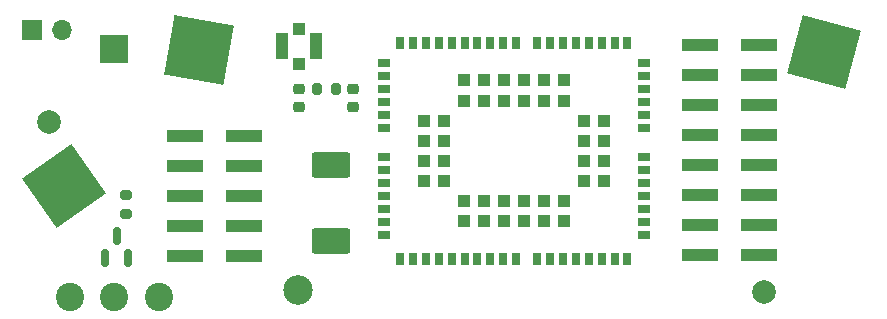
<source format=gbr>
%TF.GenerationSoftware,KiCad,Pcbnew,8.0.4*%
%TF.CreationDate,2024-09-18T09:12:32+01:00*%
%TF.ProjectId,BG95V4,42473935-5634-42e6-9b69-6361645f7063,rev?*%
%TF.SameCoordinates,Original*%
%TF.FileFunction,Soldermask,Bot*%
%TF.FilePolarity,Negative*%
%FSLAX46Y46*%
G04 Gerber Fmt 4.6, Leading zero omitted, Abs format (unit mm)*
G04 Created by KiCad (PCBNEW 8.0.4) date 2024-09-18 09:12:32*
%MOMM*%
%LPD*%
G01*
G04 APERTURE LIST*
G04 Aperture macros list*
%AMRoundRect*
0 Rectangle with rounded corners*
0 $1 Rounding radius*
0 $2 $3 $4 $5 $6 $7 $8 $9 X,Y pos of 4 corners*
0 Add a 4 corners polygon primitive as box body*
4,1,4,$2,$3,$4,$5,$6,$7,$8,$9,$2,$3,0*
0 Add four circle primitives for the rounded corners*
1,1,$1+$1,$2,$3*
1,1,$1+$1,$4,$5*
1,1,$1+$1,$6,$7*
1,1,$1+$1,$8,$9*
0 Add four rect primitives between the rounded corners*
20,1,$1+$1,$2,$3,$4,$5,0*
20,1,$1+$1,$4,$5,$6,$7,0*
20,1,$1+$1,$6,$7,$8,$9,0*
20,1,$1+$1,$8,$9,$2,$3,0*%
%AMRotRect*
0 Rectangle, with rotation*
0 The origin of the aperture is its center*
0 $1 length*
0 $2 width*
0 $3 Rotation angle, in degrees counterclockwise*
0 Add horizontal line*
21,1,$1,$2,0,0,$3*%
G04 Aperture macros list end*
%ADD10R,2.400000X2.400000*%
%ADD11C,2.400000*%
%ADD12C,2.500000*%
%ADD13R,1.700000X1.700000*%
%ADD14O,1.700000X1.700000*%
%ADD15R,0.700000X1.100000*%
%ADD16R,1.100000X0.700000*%
%ADD17R,1.000000X1.000000*%
%ADD18RoundRect,0.250001X-1.399999X0.837499X-1.399999X-0.837499X1.399999X-0.837499X1.399999X0.837499X0*%
%ADD19R,1.050000X2.200000*%
%ADD20R,3.150000X1.000000*%
%ADD21RotRect,5.100000X5.100000X170.000000*%
%ADD22C,2.000000*%
%ADD23RoundRect,0.200000X-0.200000X-0.275000X0.200000X-0.275000X0.200000X0.275000X-0.200000X0.275000X0*%
%ADD24RoundRect,0.150000X0.150000X-0.587500X0.150000X0.587500X-0.150000X0.587500X-0.150000X-0.587500X0*%
%ADD25RoundRect,0.225000X-0.250000X0.225000X-0.250000X-0.225000X0.250000X-0.225000X0.250000X0.225000X0*%
%ADD26RotRect,5.100000X5.100000X165.000000*%
%ADD27RotRect,5.100000X5.100000X125.000000*%
%ADD28RoundRect,0.200000X-0.275000X0.200000X-0.275000X-0.200000X0.275000X-0.200000X0.275000X0.200000X0*%
G04 APERTURE END LIST*
D10*
%TO.C,BT1*%
X11750000Y19500000D03*
D11*
X11750000Y-1500000D03*
X15500000Y-1500000D03*
X8000000Y-1500000D03*
%TD*%
D12*
%TO.C,H1*%
X27330400Y-863600D03*
%TD*%
D13*
%TO.C,J1*%
X4800000Y21100000D03*
D14*
X7340000Y21100000D03*
%TD*%
D15*
%TO.C,U1*%
X35900000Y20050000D03*
X37000000Y20050000D03*
X38100000Y20050000D03*
X39200000Y20050000D03*
X40300000Y20050000D03*
X41400000Y20050000D03*
X42500000Y20050000D03*
X43600000Y20050000D03*
X44700000Y20050000D03*
X45800000Y20050000D03*
X47500000Y20050000D03*
X48600000Y20050000D03*
X49700000Y20050000D03*
X50800000Y20050000D03*
X51900000Y20050000D03*
X53000000Y20050000D03*
X54100000Y20050000D03*
X55200000Y20050000D03*
D16*
X56600000Y18350000D03*
X56600000Y17250000D03*
X56600000Y16150000D03*
X56600000Y15050000D03*
X56600000Y13950000D03*
X56600000Y12850000D03*
X56600000Y10350000D03*
X56600000Y9250000D03*
X56600000Y8150000D03*
X56600000Y7050000D03*
X56600000Y5950000D03*
X56600000Y4850000D03*
X56600000Y3750000D03*
D15*
X55200000Y1750000D03*
X54100000Y1750000D03*
X53000000Y1750000D03*
X51900000Y1750000D03*
X50800000Y1750000D03*
X49700000Y1750000D03*
X48600000Y1750000D03*
X47500000Y1750000D03*
X45800000Y1750000D03*
X44700000Y1750000D03*
X43600000Y1750000D03*
X42500000Y1750000D03*
X41400000Y1750000D03*
X40300000Y1750000D03*
X39200000Y1750000D03*
X38100000Y1750000D03*
X37000000Y1750000D03*
X35900000Y1750000D03*
D16*
X34600000Y3750000D03*
X34600000Y4850000D03*
X34600000Y5950000D03*
X34600000Y7050000D03*
X34600000Y8150000D03*
X34600000Y9250000D03*
X34600000Y10350000D03*
X34600000Y12850000D03*
X34600000Y13950000D03*
X34600000Y15050000D03*
X34600000Y16150000D03*
X34600000Y17250000D03*
X34600000Y18350000D03*
D17*
X41350000Y16850000D03*
X43050000Y16850000D03*
X44750000Y16850000D03*
X46450000Y16850000D03*
X48150000Y16850000D03*
X49850000Y16850000D03*
X53250000Y13450000D03*
X53250000Y11750000D03*
X53250000Y10050000D03*
X53250000Y8350000D03*
X49850000Y4950000D03*
X48150000Y4950000D03*
X46450000Y4950000D03*
X44750000Y4950000D03*
X43050000Y4950000D03*
X41350000Y4950000D03*
X37950000Y8350000D03*
X37950000Y10050000D03*
X37950000Y11750000D03*
X37950000Y13450000D03*
X41350000Y15150000D03*
X43050000Y15150000D03*
X44750000Y15150000D03*
X46450000Y15150000D03*
X48150000Y15150000D03*
X49850000Y15150000D03*
X51550000Y13450000D03*
X51550000Y11750000D03*
X51550000Y10050000D03*
X51550000Y8350000D03*
X49850000Y6650000D03*
X48150000Y6650000D03*
X46450000Y6650000D03*
X44750000Y6650000D03*
X43050000Y6650000D03*
X41350000Y6650000D03*
X39650000Y8350000D03*
X39650000Y10050000D03*
X39650000Y11750000D03*
X39650000Y13450000D03*
%TD*%
D18*
%TO.C,C5*%
X30060000Y9667500D03*
X30060000Y3292500D03*
%TD*%
D17*
%TO.C,J12*%
X27381200Y18235800D03*
D19*
X28856200Y19735800D03*
D17*
X27381200Y21235800D03*
D19*
X25906200Y19735800D03*
%TD*%
D20*
%TO.C,J3*%
X66350000Y19840000D03*
X66350000Y17300000D03*
X66350000Y14760000D03*
X66350000Y12220000D03*
X66350000Y9680000D03*
X66350000Y7140000D03*
X66350000Y4600000D03*
X66350000Y2060000D03*
X61300000Y19840000D03*
X61300000Y17300000D03*
X61300000Y14760000D03*
X61300000Y12220000D03*
X61300000Y9680000D03*
X61300000Y7140000D03*
X61300000Y4600000D03*
X61300000Y2060000D03*
%TD*%
D21*
%TO.C,J5*%
X18897600Y19431000D03*
%TD*%
D22*
%TO.C,FID2*%
X66776600Y-1092200D03*
%TD*%
D23*
%TO.C,R4*%
X28900000Y16150000D03*
X30550000Y16150000D03*
%TD*%
D20*
%TO.C,J2*%
X17700000Y1970000D03*
X17700000Y4510000D03*
X17700000Y7050000D03*
X17700000Y9590000D03*
X17700000Y12130000D03*
X22750000Y1970000D03*
X22750000Y4510000D03*
X22750000Y7050000D03*
X22750000Y9590000D03*
X22750000Y12130000D03*
%TD*%
D24*
%TO.C,Q1*%
X12888000Y1805700D03*
X10988000Y1805700D03*
X11938000Y3680700D03*
%TD*%
D25*
%TO.C,C13*%
X27375000Y16150000D03*
X27375000Y14600000D03*
%TD*%
D26*
%TO.C,J6*%
X71805800Y19227800D03*
%TD*%
D27*
%TO.C,J4*%
X7467600Y7950200D03*
%TD*%
D28*
%TO.C,R2*%
X12725400Y7175000D03*
X12725400Y5525000D03*
%TD*%
D22*
%TO.C,FID3*%
X6197600Y13309600D03*
%TD*%
D25*
%TO.C,C14*%
X32000000Y16150000D03*
X32000000Y14600000D03*
%TD*%
M02*

</source>
